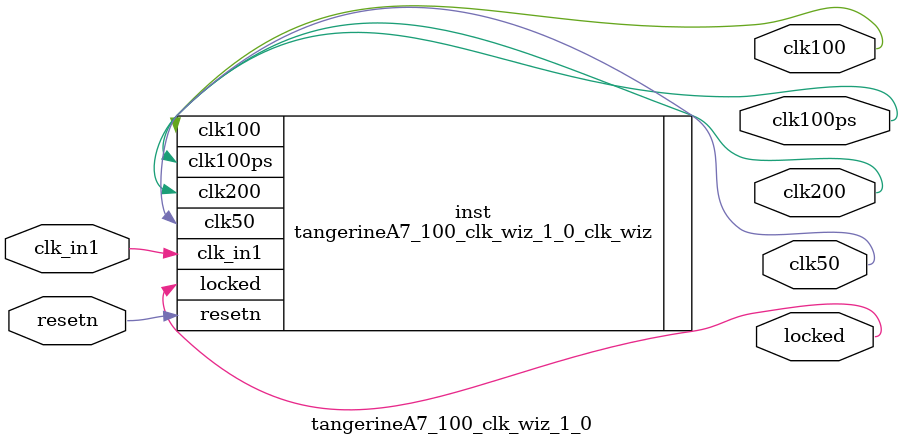
<source format=v>


`timescale 1ps/1ps

(* CORE_GENERATION_INFO = "tangerineA7_100_clk_wiz_1_0,clk_wiz_v6_0_12_0_0,{component_name=tangerineA7_100_clk_wiz_1_0,use_phase_alignment=true,use_min_o_jitter=false,use_max_i_jitter=false,use_dyn_phase_shift=false,use_inclk_switchover=false,use_dyn_reconfig=false,enable_axi=0,feedback_source=FDBK_AUTO,PRIMITIVE=MMCM,num_out_clk=4,clkin1_period=20.000,clkin2_period=10.0,use_power_down=false,use_reset=true,use_locked=true,use_inclk_stopped=false,feedback_type=SINGLE,CLOCK_MGR_TYPE=NA,manual_override=false}" *)

module tangerineA7_100_clk_wiz_1_0 
 (
  // Clock out ports
  output        clk100,
  output        clk100ps,
  output        clk50,
  output        clk200,
  // Status and control signals
  input         resetn,
  output        locked,
 // Clock in ports
  input         clk_in1
 );

  tangerineA7_100_clk_wiz_1_0_clk_wiz inst
  (
  // Clock out ports  
  .clk100(clk100),
  .clk100ps(clk100ps),
  .clk50(clk50),
  .clk200(clk200),
  // Status and control signals               
  .resetn(resetn), 
  .locked(locked),
 // Clock in ports
  .clk_in1(clk_in1)
  );

endmodule

</source>
